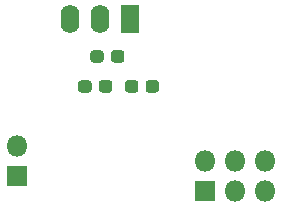
<source format=gbr>
%TF.GenerationSoftware,KiCad,Pcbnew,5.1.6-c6e7f7d~87~ubuntu18.04.1*%
%TF.CreationDate,2020-10-05T23:43:03-04:00*%
%TF.ProjectId,DemoKiCad,44656d6f-4b69-4436-9164-2e6b69636164,rev?*%
%TF.SameCoordinates,Original*%
%TF.FileFunction,Soldermask,Bot*%
%TF.FilePolarity,Negative*%
%FSLAX46Y46*%
G04 Gerber Fmt 4.6, Leading zero omitted, Abs format (unit mm)*
G04 Created by KiCad (PCBNEW 5.1.6-c6e7f7d~87~ubuntu18.04.1) date 2020-10-05 23:43:03*
%MOMM*%
%LPD*%
G01*
G04 APERTURE LIST*
%ADD10O,1.800000X1.800000*%
%ADD11R,1.800000X1.800000*%
%ADD12O,1.600000X2.400000*%
%ADD13R,1.600000X2.400000*%
G04 APERTURE END LIST*
D10*
%TO.C,J2*%
X103505000Y-69850000D03*
D11*
X103505000Y-72390000D03*
%TD*%
D12*
%TO.C,U1*%
X107950000Y-59055000D03*
X110490000Y-59055000D03*
D13*
X113030000Y-59055000D03*
%TD*%
D10*
%TO.C,J1*%
X124460000Y-71120000D03*
X124460000Y-73660000D03*
X121920000Y-71120000D03*
X121920000Y-73660000D03*
X119380000Y-71120000D03*
D11*
X119380000Y-73660000D03*
%TD*%
%TO.C,C4*%
G36*
G01*
X114360000Y-65032500D02*
X114360000Y-64507500D01*
G75*
G02*
X114622500Y-64245000I262500J0D01*
G01*
X115247500Y-64245000D01*
G75*
G02*
X115510000Y-64507500I0J-262500D01*
G01*
X115510000Y-65032500D01*
G75*
G02*
X115247500Y-65295000I-262500J0D01*
G01*
X114622500Y-65295000D01*
G75*
G02*
X114360000Y-65032500I0J262500D01*
G01*
G37*
G36*
G01*
X112610000Y-65032500D02*
X112610000Y-64507500D01*
G75*
G02*
X112872500Y-64245000I262500J0D01*
G01*
X113497500Y-64245000D01*
G75*
G02*
X113760000Y-64507500I0J-262500D01*
G01*
X113760000Y-65032500D01*
G75*
G02*
X113497500Y-65295000I-262500J0D01*
G01*
X112872500Y-65295000D01*
G75*
G02*
X112610000Y-65032500I0J262500D01*
G01*
G37*
%TD*%
%TO.C,C2*%
G36*
G01*
X109795000Y-64507500D02*
X109795000Y-65032500D01*
G75*
G02*
X109532500Y-65295000I-262500J0D01*
G01*
X108907500Y-65295000D01*
G75*
G02*
X108645000Y-65032500I0J262500D01*
G01*
X108645000Y-64507500D01*
G75*
G02*
X108907500Y-64245000I262500J0D01*
G01*
X109532500Y-64245000D01*
G75*
G02*
X109795000Y-64507500I0J-262500D01*
G01*
G37*
G36*
G01*
X111545000Y-64507500D02*
X111545000Y-65032500D01*
G75*
G02*
X111282500Y-65295000I-262500J0D01*
G01*
X110657500Y-65295000D01*
G75*
G02*
X110395000Y-65032500I0J262500D01*
G01*
X110395000Y-64507500D01*
G75*
G02*
X110657500Y-64245000I262500J0D01*
G01*
X111282500Y-64245000D01*
G75*
G02*
X111545000Y-64507500I0J-262500D01*
G01*
G37*
%TD*%
%TO.C,C1*%
G36*
G01*
X110825000Y-61967500D02*
X110825000Y-62492500D01*
G75*
G02*
X110562500Y-62755000I-262500J0D01*
G01*
X109937500Y-62755000D01*
G75*
G02*
X109675000Y-62492500I0J262500D01*
G01*
X109675000Y-61967500D01*
G75*
G02*
X109937500Y-61705000I262500J0D01*
G01*
X110562500Y-61705000D01*
G75*
G02*
X110825000Y-61967500I0J-262500D01*
G01*
G37*
G36*
G01*
X112575000Y-61967500D02*
X112575000Y-62492500D01*
G75*
G02*
X112312500Y-62755000I-262500J0D01*
G01*
X111687500Y-62755000D01*
G75*
G02*
X111425000Y-62492500I0J262500D01*
G01*
X111425000Y-61967500D01*
G75*
G02*
X111687500Y-61705000I262500J0D01*
G01*
X112312500Y-61705000D01*
G75*
G02*
X112575000Y-61967500I0J-262500D01*
G01*
G37*
%TD*%
M02*

</source>
